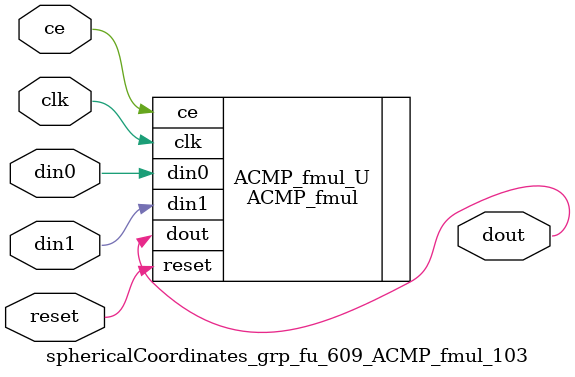
<source format=v>

`timescale 1 ns / 1 ps
module sphericalCoordinates_grp_fu_609_ACMP_fmul_103(
    clk,
    reset,
    ce,
    din0,
    din1,
    dout);

parameter ID = 32'd1;
parameter NUM_STAGE = 32'd1;
parameter din0_WIDTH = 32'd1;
parameter din1_WIDTH = 32'd1;
parameter dout_WIDTH = 32'd1;
input clk;
input reset;
input ce;
input[din0_WIDTH - 1:0] din0;
input[din1_WIDTH - 1:0] din1;
output[dout_WIDTH - 1:0] dout;



ACMP_fmul #(
.ID( ID ),
.NUM_STAGE( 4 ),
.din0_WIDTH( din0_WIDTH ),
.din1_WIDTH( din1_WIDTH ),
.dout_WIDTH( dout_WIDTH ))
ACMP_fmul_U(
    .clk( clk ),
    .reset( reset ),
    .ce( ce ),
    .din0( din0 ),
    .din1( din1 ),
    .dout( dout ));

endmodule

</source>
